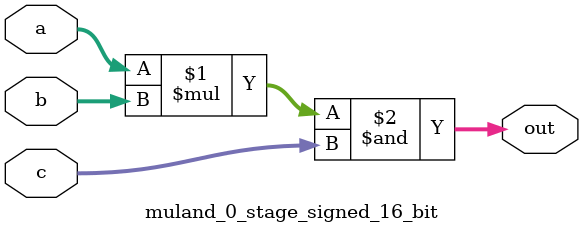
<source format=sv>
(* use_dsp = "yes" *) module muland_0_stage_signed_16_bit(
	input signed [15:0] a,
	input signed [15:0] b,
	input signed [15:0] c,
	output [15:0] out
	);

	assign out = (a * b) & c;
endmodule

</source>
